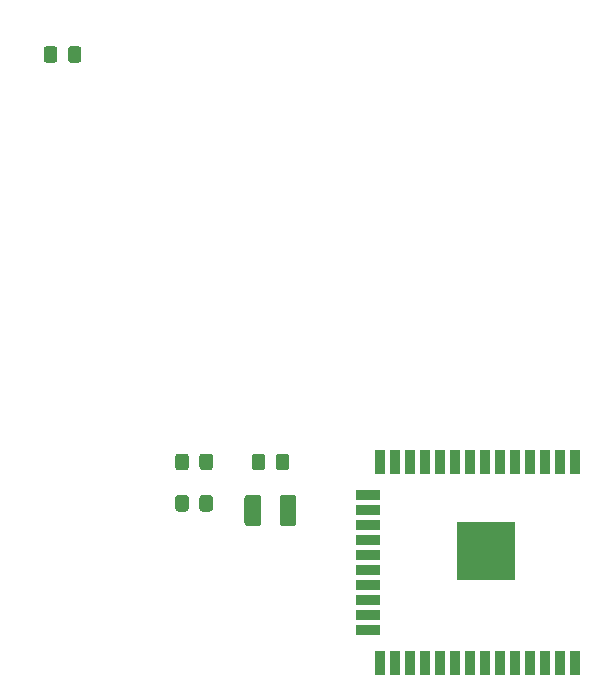
<source format=gbr>
%TF.GenerationSoftware,KiCad,Pcbnew,(5.1.7)-1*%
%TF.CreationDate,2020-11-01T18:23:12+02:00*%
%TF.ProjectId,esp32_mc_dimmer,65737033-325f-46d6-935f-64696d6d6572,rev?*%
%TF.SameCoordinates,Original*%
%TF.FileFunction,Paste,Top*%
%TF.FilePolarity,Positive*%
%FSLAX46Y46*%
G04 Gerber Fmt 4.6, Leading zero omitted, Abs format (unit mm)*
G04 Created by KiCad (PCBNEW (5.1.7)-1) date 2020-11-01 18:23:12*
%MOMM*%
%LPD*%
G01*
G04 APERTURE LIST*
%ADD10R,0.900000X2.000000*%
%ADD11R,2.000000X0.900000*%
%ADD12R,5.000000X5.000000*%
G04 APERTURE END LIST*
G36*
G01*
X152712500Y-114025000D02*
X152712500Y-116175000D01*
G75*
G02*
X152462500Y-116425000I-250000J0D01*
G01*
X151537500Y-116425000D01*
G75*
G02*
X151287500Y-116175000I0J250000D01*
G01*
X151287500Y-114025000D01*
G75*
G02*
X151537500Y-113775000I250000J0D01*
G01*
X152462500Y-113775000D01*
G75*
G02*
X152712500Y-114025000I0J-250000D01*
G01*
G37*
G36*
G01*
X155687500Y-114025000D02*
X155687500Y-116175000D01*
G75*
G02*
X155437500Y-116425000I-250000J0D01*
G01*
X154512500Y-116425000D01*
G75*
G02*
X154262500Y-116175000I0J250000D01*
G01*
X154262500Y-114025000D01*
G75*
G02*
X154512500Y-113775000I250000J0D01*
G01*
X155437500Y-113775000D01*
G75*
G02*
X155687500Y-114025000I0J-250000D01*
G01*
G37*
D10*
X179255000Y-128000000D03*
X177985000Y-128000000D03*
X176715000Y-128000000D03*
X175445000Y-128000000D03*
X174175000Y-128000000D03*
X172905000Y-128000000D03*
X171635000Y-128000000D03*
X170365000Y-128000000D03*
X169095000Y-128000000D03*
X167825000Y-128000000D03*
X166555000Y-128000000D03*
X165285000Y-128000000D03*
X164015000Y-128000000D03*
X162745000Y-128000000D03*
D11*
X161745000Y-125215000D03*
X161745000Y-123945000D03*
X161745000Y-122675000D03*
X161745000Y-121405000D03*
X161745000Y-120135000D03*
X161745000Y-118865000D03*
X161745000Y-117595000D03*
X161745000Y-116325000D03*
X161745000Y-115055000D03*
X161745000Y-113785000D03*
D10*
X162745000Y-111000000D03*
X164015000Y-111000000D03*
X165285000Y-111000000D03*
X166555000Y-111000000D03*
X167825000Y-111000000D03*
X169095000Y-111000000D03*
X170365000Y-111000000D03*
X171635000Y-111000000D03*
X172905000Y-111000000D03*
X174175000Y-111000000D03*
X175445000Y-111000000D03*
X176715000Y-111000000D03*
X177985000Y-111000000D03*
X179255000Y-111000000D03*
D12*
X171755000Y-118500000D03*
G36*
G01*
X147475000Y-114950001D02*
X147475000Y-114049999D01*
G75*
G02*
X147724999Y-113800000I249999J0D01*
G01*
X148375001Y-113800000D01*
G75*
G02*
X148625000Y-114049999I0J-249999D01*
G01*
X148625000Y-114950001D01*
G75*
G02*
X148375001Y-115200000I-249999J0D01*
G01*
X147724999Y-115200000D01*
G75*
G02*
X147475000Y-114950001I0J249999D01*
G01*
G37*
G36*
G01*
X145425000Y-114950001D02*
X145425000Y-114049999D01*
G75*
G02*
X145674999Y-113800000I249999J0D01*
G01*
X146325001Y-113800000D01*
G75*
G02*
X146575000Y-114049999I0J-249999D01*
G01*
X146575000Y-114950001D01*
G75*
G02*
X146325001Y-115200000I-249999J0D01*
G01*
X145674999Y-115200000D01*
G75*
G02*
X145425000Y-114950001I0J249999D01*
G01*
G37*
G36*
G01*
X153050000Y-110549999D02*
X153050000Y-111450001D01*
G75*
G02*
X152800001Y-111700000I-249999J0D01*
G01*
X152149999Y-111700000D01*
G75*
G02*
X151900000Y-111450001I0J249999D01*
G01*
X151900000Y-110549999D01*
G75*
G02*
X152149999Y-110300000I249999J0D01*
G01*
X152800001Y-110300000D01*
G75*
G02*
X153050000Y-110549999I0J-249999D01*
G01*
G37*
G36*
G01*
X155100000Y-110549999D02*
X155100000Y-111450001D01*
G75*
G02*
X154850001Y-111700000I-249999J0D01*
G01*
X154199999Y-111700000D01*
G75*
G02*
X153950000Y-111450001I0J249999D01*
G01*
X153950000Y-110549999D01*
G75*
G02*
X154199999Y-110300000I249999J0D01*
G01*
X154850001Y-110300000D01*
G75*
G02*
X155100000Y-110549999I0J-249999D01*
G01*
G37*
G36*
G01*
X147475000Y-111450001D02*
X147475000Y-110549999D01*
G75*
G02*
X147724999Y-110300000I249999J0D01*
G01*
X148375001Y-110300000D01*
G75*
G02*
X148625000Y-110549999I0J-249999D01*
G01*
X148625000Y-111450001D01*
G75*
G02*
X148375001Y-111700000I-249999J0D01*
G01*
X147724999Y-111700000D01*
G75*
G02*
X147475000Y-111450001I0J249999D01*
G01*
G37*
G36*
G01*
X145425000Y-111450001D02*
X145425000Y-110549999D01*
G75*
G02*
X145674999Y-110300000I249999J0D01*
G01*
X146325001Y-110300000D01*
G75*
G02*
X146575000Y-110549999I0J-249999D01*
G01*
X146575000Y-111450001D01*
G75*
G02*
X146325001Y-111700000I-249999J0D01*
G01*
X145674999Y-111700000D01*
G75*
G02*
X145425000Y-111450001I0J249999D01*
G01*
G37*
G36*
G01*
X135440000Y-76049999D02*
X135440000Y-76950001D01*
G75*
G02*
X135190001Y-77200000I-249999J0D01*
G01*
X134539999Y-77200000D01*
G75*
G02*
X134290000Y-76950001I0J249999D01*
G01*
X134290000Y-76049999D01*
G75*
G02*
X134539999Y-75800000I249999J0D01*
G01*
X135190001Y-75800000D01*
G75*
G02*
X135440000Y-76049999I0J-249999D01*
G01*
G37*
G36*
G01*
X137490000Y-76049999D02*
X137490000Y-76950001D01*
G75*
G02*
X137240001Y-77200000I-249999J0D01*
G01*
X136589999Y-77200000D01*
G75*
G02*
X136340000Y-76950001I0J249999D01*
G01*
X136340000Y-76049999D01*
G75*
G02*
X136589999Y-75800000I249999J0D01*
G01*
X137240001Y-75800000D01*
G75*
G02*
X137490000Y-76049999I0J-249999D01*
G01*
G37*
M02*

</source>
